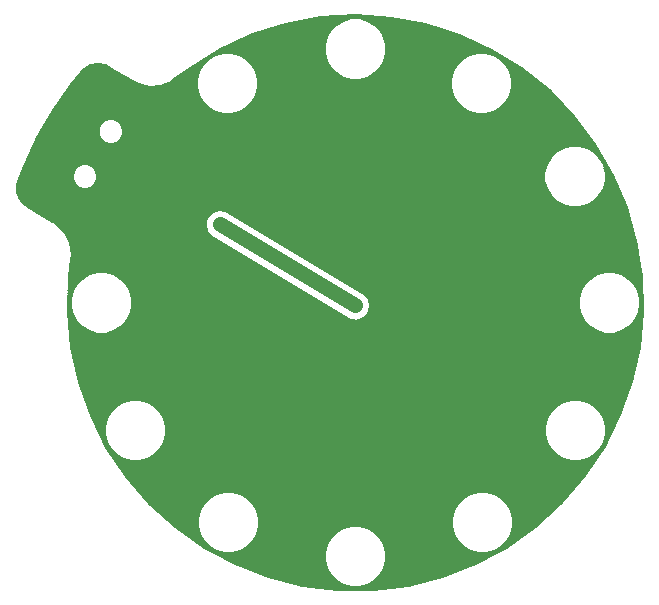
<source format=gbl>
G75*
%MOIN*%
%OFA0B0*%
%FSLAX25Y25*%
%IPPOS*%
%LPD*%
%AMOC8*
5,1,8,0,0,1.08239X$1,22.5*
%
%ADD10C,0.03378*%
%ADD11C,0.01000*%
%ADD12C,0.05000*%
D10*
X0103500Y0066500D03*
X0126500Y0125500D03*
X0081500Y0152500D03*
X0056650Y0159106D03*
X0089100Y0172100D03*
X0186500Y0136500D03*
D11*
X0086607Y0039487D02*
X0076225Y0045043D01*
X0066604Y0051831D01*
X0057890Y0059749D01*
X0050213Y0068677D01*
X0050213Y0068677D01*
X0043690Y0078480D01*
X0038421Y0089009D01*
X0034484Y0100106D01*
X0031939Y0111602D01*
X0030825Y0123324D01*
X0031158Y0135094D01*
X0031867Y0140941D01*
X0032153Y0142812D01*
X0031594Y0146556D01*
X0029954Y0149969D01*
X0027380Y0152745D01*
X0025741Y0153692D01*
X0025540Y0153808D01*
X0017884Y0158228D01*
X0017499Y0158450D01*
X0017419Y0158496D01*
X0016400Y0159210D01*
X0014806Y0161107D01*
X0013957Y0163436D01*
X0013953Y0165914D01*
X0014273Y0167116D01*
X0014273Y0167116D01*
X0016172Y0172023D01*
X0020610Y0181562D01*
X0025870Y0190673D01*
X0031912Y0199285D01*
X0035212Y0203383D01*
X0035212Y0203383D01*
X0036093Y0204261D01*
X0038241Y0205498D01*
X0040682Y0205926D01*
X0043123Y0205494D01*
X0044250Y0204968D01*
X0044715Y0204700D01*
X0052763Y0200054D01*
X0054211Y0199217D01*
X0057902Y0198377D01*
X0057902Y0198377D01*
X0061677Y0198663D01*
X0061677Y0198663D01*
X0065200Y0200051D01*
X0066677Y0201234D01*
X0071387Y0204771D01*
X0081413Y0210945D01*
X0092121Y0215841D01*
X0103350Y0219385D01*
X0114928Y0221524D01*
X0126682Y0222225D01*
X0138433Y0221478D01*
X0150003Y0219294D01*
X0161218Y0215706D01*
X0171907Y0210768D01*
X0181909Y0204555D01*
X0191072Y0197161D01*
X0199259Y0188698D01*
X0206344Y0179294D01*
X0212221Y0169091D01*
X0216801Y0158244D01*
X0220015Y0146917D01*
X0221814Y0135280D01*
X0222170Y0123511D01*
X0221079Y0111787D01*
X0218557Y0100286D01*
X0214642Y0089182D01*
X0209393Y0078642D01*
X0202890Y0068826D01*
X0195230Y0059883D01*
X0186531Y0051948D01*
X0176924Y0045141D01*
X0166553Y0039566D01*
X0155576Y0035305D01*
X0144159Y0032425D01*
X0132475Y0030968D01*
X0120701Y0030956D01*
X0109014Y0032390D01*
X0097592Y0035248D01*
X0086607Y0039487D01*
X0086341Y0039630D02*
X0116368Y0039630D01*
X0116126Y0040534D02*
X0116833Y0037896D01*
X0118199Y0035530D01*
X0120130Y0033599D01*
X0122496Y0032233D01*
X0125134Y0031526D01*
X0127866Y0031526D01*
X0130504Y0032233D01*
X0132870Y0033599D01*
X0134801Y0035530D01*
X0136167Y0037896D01*
X0136874Y0040534D01*
X0136874Y0043266D01*
X0136167Y0045904D01*
X0134801Y0048270D01*
X0132870Y0050201D01*
X0130504Y0051567D01*
X0127866Y0052274D01*
X0125134Y0052274D01*
X0122496Y0051567D01*
X0120130Y0050201D01*
X0118199Y0048270D01*
X0116833Y0045904D01*
X0116126Y0043266D01*
X0116126Y0040534D01*
X0116126Y0040628D02*
X0084475Y0040628D01*
X0082609Y0041627D02*
X0116126Y0041627D01*
X0116126Y0042625D02*
X0080743Y0042625D01*
X0080196Y0043533D02*
X0082834Y0042826D01*
X0085566Y0042826D01*
X0088204Y0043533D01*
X0090570Y0044899D01*
X0092501Y0046830D01*
X0093867Y0049196D01*
X0094574Y0051834D01*
X0094574Y0054566D01*
X0093867Y0057204D01*
X0092501Y0059570D01*
X0090570Y0061501D01*
X0088204Y0062867D01*
X0085566Y0063574D01*
X0082834Y0063574D01*
X0080196Y0062867D01*
X0077830Y0061501D01*
X0075899Y0059570D01*
X0074533Y0057204D01*
X0073826Y0054566D01*
X0073826Y0051834D01*
X0074533Y0049196D01*
X0075899Y0046830D01*
X0077830Y0044899D01*
X0080196Y0043533D01*
X0080039Y0043624D02*
X0078877Y0043624D01*
X0078309Y0044622D02*
X0077011Y0044622D01*
X0077108Y0045621D02*
X0075406Y0045621D01*
X0076110Y0046619D02*
X0073991Y0046619D01*
X0072576Y0047618D02*
X0075444Y0047618D01*
X0074868Y0048616D02*
X0071160Y0048616D01*
X0069745Y0049615D02*
X0074421Y0049615D01*
X0074153Y0050613D02*
X0068330Y0050613D01*
X0066915Y0051612D02*
X0073886Y0051612D01*
X0073826Y0052610D02*
X0065746Y0052610D01*
X0064647Y0053609D02*
X0073826Y0053609D01*
X0073837Y0054607D02*
X0063548Y0054607D01*
X0062449Y0055606D02*
X0074105Y0055606D01*
X0074372Y0056604D02*
X0061350Y0056604D01*
X0060251Y0057603D02*
X0074763Y0057603D01*
X0075340Y0058601D02*
X0059152Y0058601D01*
X0058053Y0059600D02*
X0075929Y0059600D01*
X0076927Y0060598D02*
X0057159Y0060598D01*
X0056300Y0061597D02*
X0077996Y0061597D01*
X0079725Y0062595D02*
X0055442Y0062595D01*
X0054583Y0063594D02*
X0198408Y0063594D01*
X0197553Y0062595D02*
X0173275Y0062595D01*
X0172804Y0062867D02*
X0170166Y0063574D01*
X0167434Y0063574D01*
X0164796Y0062867D01*
X0162430Y0061501D01*
X0160499Y0059570D01*
X0159133Y0057204D01*
X0158426Y0054566D01*
X0158426Y0051834D01*
X0159133Y0049196D01*
X0160499Y0046830D01*
X0162430Y0044899D01*
X0164796Y0043533D01*
X0167434Y0042826D01*
X0170166Y0042826D01*
X0172804Y0043533D01*
X0175170Y0044899D01*
X0177101Y0046830D01*
X0178467Y0049196D01*
X0179174Y0051834D01*
X0179174Y0054566D01*
X0178467Y0057204D01*
X0177101Y0059570D01*
X0175170Y0061501D01*
X0172804Y0062867D01*
X0175004Y0061597D02*
X0196698Y0061597D01*
X0195843Y0060598D02*
X0176073Y0060598D01*
X0177071Y0059600D02*
X0194920Y0059600D01*
X0193825Y0058601D02*
X0177660Y0058601D01*
X0178237Y0057603D02*
X0192730Y0057603D01*
X0191636Y0056604D02*
X0178628Y0056604D01*
X0178895Y0055606D02*
X0190541Y0055606D01*
X0189446Y0054607D02*
X0179163Y0054607D01*
X0179174Y0053609D02*
X0188352Y0053609D01*
X0187257Y0052610D02*
X0179174Y0052610D01*
X0179114Y0051612D02*
X0186056Y0051612D01*
X0184647Y0050613D02*
X0178847Y0050613D01*
X0178579Y0049615D02*
X0183237Y0049615D01*
X0181828Y0048616D02*
X0178132Y0048616D01*
X0177556Y0047618D02*
X0180419Y0047618D01*
X0179009Y0046619D02*
X0176890Y0046619D01*
X0177600Y0045621D02*
X0175892Y0045621D01*
X0175958Y0044622D02*
X0174691Y0044622D01*
X0174101Y0043624D02*
X0172961Y0043624D01*
X0172243Y0042625D02*
X0136874Y0042625D01*
X0136874Y0041627D02*
X0170386Y0041627D01*
X0168529Y0040628D02*
X0136874Y0040628D01*
X0136632Y0039630D02*
X0166672Y0039630D01*
X0164145Y0038631D02*
X0136364Y0038631D01*
X0136015Y0037632D02*
X0161573Y0037632D01*
X0159000Y0036634D02*
X0135439Y0036634D01*
X0134862Y0035635D02*
X0156427Y0035635D01*
X0152928Y0034637D02*
X0133908Y0034637D01*
X0132910Y0033638D02*
X0148971Y0033638D01*
X0145013Y0032640D02*
X0131209Y0032640D01*
X0128297Y0031641D02*
X0137879Y0031641D01*
X0124703Y0031641D02*
X0115116Y0031641D01*
X0119092Y0034637D02*
X0100035Y0034637D01*
X0096588Y0035635D02*
X0118138Y0035635D01*
X0117561Y0036634D02*
X0094001Y0036634D01*
X0091413Y0037632D02*
X0116985Y0037632D01*
X0116636Y0038631D02*
X0088826Y0038631D01*
X0088361Y0043624D02*
X0116222Y0043624D01*
X0116489Y0044622D02*
X0090091Y0044622D01*
X0091292Y0045621D02*
X0116757Y0045621D01*
X0117246Y0046619D02*
X0092290Y0046619D01*
X0092956Y0047618D02*
X0117822Y0047618D01*
X0118545Y0048616D02*
X0093532Y0048616D01*
X0093979Y0049615D02*
X0119544Y0049615D01*
X0120844Y0050613D02*
X0094247Y0050613D01*
X0094514Y0051612D02*
X0122662Y0051612D01*
X0130338Y0051612D02*
X0158486Y0051612D01*
X0158426Y0052610D02*
X0094574Y0052610D01*
X0094574Y0053609D02*
X0158426Y0053609D01*
X0158437Y0054607D02*
X0094563Y0054607D01*
X0094295Y0055606D02*
X0158705Y0055606D01*
X0158972Y0056604D02*
X0094028Y0056604D01*
X0093637Y0057603D02*
X0159363Y0057603D01*
X0159940Y0058601D02*
X0093060Y0058601D01*
X0092471Y0059600D02*
X0160529Y0059600D01*
X0161527Y0060598D02*
X0091473Y0060598D01*
X0090404Y0061597D02*
X0162596Y0061597D01*
X0164325Y0062595D02*
X0088675Y0062595D01*
X0061501Y0077730D02*
X0062867Y0080096D01*
X0063574Y0082734D01*
X0063574Y0085466D01*
X0062867Y0088104D01*
X0061501Y0090470D01*
X0059570Y0092401D01*
X0057204Y0093767D01*
X0054566Y0094474D01*
X0051834Y0094474D01*
X0049196Y0093767D01*
X0046830Y0092401D01*
X0044899Y0090470D01*
X0043533Y0088104D01*
X0042826Y0085466D01*
X0042826Y0082734D01*
X0043533Y0080096D01*
X0044899Y0077730D01*
X0046830Y0075799D01*
X0049196Y0074433D01*
X0051834Y0073726D01*
X0054566Y0073726D01*
X0057204Y0074433D01*
X0059570Y0075799D01*
X0061501Y0077730D01*
X0061344Y0077573D02*
X0191656Y0077573D01*
X0191499Y0077730D02*
X0193430Y0075799D01*
X0195796Y0074433D01*
X0198434Y0073726D01*
X0201166Y0073726D01*
X0203804Y0074433D01*
X0206170Y0075799D01*
X0208101Y0077730D01*
X0209467Y0080096D01*
X0210174Y0082734D01*
X0210174Y0085466D01*
X0209467Y0088104D01*
X0208101Y0090470D01*
X0206170Y0092401D01*
X0203804Y0093767D01*
X0201166Y0094474D01*
X0198434Y0094474D01*
X0195796Y0093767D01*
X0193430Y0092401D01*
X0191499Y0090470D01*
X0190133Y0088104D01*
X0189426Y0085466D01*
X0189426Y0082734D01*
X0190133Y0080096D01*
X0191499Y0077730D01*
X0191013Y0078571D02*
X0061987Y0078571D01*
X0062563Y0079570D02*
X0190437Y0079570D01*
X0190006Y0080568D02*
X0062994Y0080568D01*
X0063261Y0081567D02*
X0189739Y0081567D01*
X0189471Y0082566D02*
X0063529Y0082566D01*
X0063574Y0083564D02*
X0189426Y0083564D01*
X0189426Y0084563D02*
X0063574Y0084563D01*
X0063548Y0085561D02*
X0189452Y0085561D01*
X0189719Y0086560D02*
X0063281Y0086560D01*
X0063013Y0087558D02*
X0189987Y0087558D01*
X0190394Y0088557D02*
X0062606Y0088557D01*
X0062029Y0089555D02*
X0190971Y0089555D01*
X0191583Y0090554D02*
X0061417Y0090554D01*
X0060419Y0091552D02*
X0192581Y0091552D01*
X0193689Y0092551D02*
X0059311Y0092551D01*
X0057582Y0093549D02*
X0195418Y0093549D01*
X0204182Y0093549D02*
X0216182Y0093549D01*
X0215830Y0092551D02*
X0205911Y0092551D01*
X0207019Y0091552D02*
X0215478Y0091552D01*
X0215126Y0090554D02*
X0208017Y0090554D01*
X0208629Y0089555D02*
X0214773Y0089555D01*
X0214331Y0088557D02*
X0209206Y0088557D01*
X0209613Y0087558D02*
X0213833Y0087558D01*
X0213336Y0086560D02*
X0209881Y0086560D01*
X0210148Y0085561D02*
X0212839Y0085561D01*
X0212341Y0084563D02*
X0210174Y0084563D01*
X0210174Y0083564D02*
X0211844Y0083564D01*
X0211347Y0082566D02*
X0210129Y0082566D01*
X0209861Y0081567D02*
X0210850Y0081567D01*
X0210352Y0080568D02*
X0209594Y0080568D01*
X0209855Y0079570D02*
X0209163Y0079570D01*
X0209346Y0078571D02*
X0208587Y0078571D01*
X0208685Y0077573D02*
X0207944Y0077573D01*
X0208023Y0076574D02*
X0206945Y0076574D01*
X0207362Y0075576D02*
X0205784Y0075576D01*
X0206700Y0074577D02*
X0204054Y0074577D01*
X0206038Y0073579D02*
X0046951Y0073579D01*
X0046287Y0074577D02*
X0048946Y0074577D01*
X0047216Y0075576D02*
X0045622Y0075576D01*
X0046054Y0076574D02*
X0044958Y0076574D01*
X0045056Y0077573D02*
X0044294Y0077573D01*
X0044413Y0078571D02*
X0043644Y0078571D01*
X0043837Y0079570D02*
X0043145Y0079570D01*
X0043406Y0080568D02*
X0042645Y0080568D01*
X0043139Y0081567D02*
X0042145Y0081567D01*
X0041645Y0082566D02*
X0042871Y0082566D01*
X0042826Y0083564D02*
X0041146Y0083564D01*
X0040646Y0084563D02*
X0042826Y0084563D01*
X0042852Y0085561D02*
X0040146Y0085561D01*
X0039647Y0086560D02*
X0043119Y0086560D01*
X0043387Y0087558D02*
X0039147Y0087558D01*
X0038647Y0088557D02*
X0043794Y0088557D01*
X0044371Y0089555D02*
X0038227Y0089555D01*
X0037873Y0090554D02*
X0044983Y0090554D01*
X0045981Y0091552D02*
X0037519Y0091552D01*
X0037164Y0092551D02*
X0047089Y0092551D01*
X0048818Y0093549D02*
X0036810Y0093549D01*
X0036456Y0094548D02*
X0216534Y0094548D01*
X0216886Y0095546D02*
X0036102Y0095546D01*
X0035747Y0096545D02*
X0217238Y0096545D01*
X0217590Y0097543D02*
X0035393Y0097543D01*
X0035039Y0098542D02*
X0217942Y0098542D01*
X0218294Y0099540D02*
X0034684Y0099540D01*
X0034388Y0100539D02*
X0218612Y0100539D01*
X0218831Y0101537D02*
X0034167Y0101537D01*
X0033946Y0102536D02*
X0219050Y0102536D01*
X0219269Y0103534D02*
X0033725Y0103534D01*
X0033504Y0104533D02*
X0219488Y0104533D01*
X0219707Y0105531D02*
X0033283Y0105531D01*
X0033062Y0106530D02*
X0219926Y0106530D01*
X0220145Y0107528D02*
X0032841Y0107528D01*
X0032620Y0108527D02*
X0220364Y0108527D01*
X0220583Y0109525D02*
X0032399Y0109525D01*
X0032178Y0110524D02*
X0220802Y0110524D01*
X0221021Y0111522D02*
X0031957Y0111522D01*
X0031852Y0112521D02*
X0221148Y0112521D01*
X0221241Y0113519D02*
X0031757Y0113519D01*
X0031662Y0114518D02*
X0221333Y0114518D01*
X0221426Y0115516D02*
X0031567Y0115516D01*
X0031472Y0116515D02*
X0039037Y0116515D01*
X0037850Y0116833D02*
X0040489Y0116126D01*
X0043220Y0116126D01*
X0045859Y0116833D01*
X0048224Y0118199D01*
X0050156Y0120130D01*
X0051521Y0122496D01*
X0052228Y0125134D01*
X0052228Y0127866D01*
X0051521Y0130504D01*
X0050156Y0132870D01*
X0048224Y0134801D01*
X0045859Y0136167D01*
X0043220Y0136874D01*
X0040489Y0136874D01*
X0037850Y0136167D01*
X0035485Y0134801D01*
X0033553Y0132870D01*
X0032187Y0130504D01*
X0031480Y0127866D01*
X0031480Y0125134D01*
X0032187Y0122496D01*
X0033553Y0120130D01*
X0035485Y0118199D01*
X0037850Y0116833D01*
X0036672Y0117513D02*
X0031377Y0117513D01*
X0031282Y0118512D02*
X0035171Y0118512D01*
X0034173Y0119510D02*
X0031187Y0119510D01*
X0031092Y0120509D02*
X0033334Y0120509D01*
X0032758Y0121507D02*
X0030998Y0121507D01*
X0030903Y0122506D02*
X0032185Y0122506D01*
X0031917Y0123504D02*
X0030830Y0123504D01*
X0030858Y0124503D02*
X0031649Y0124503D01*
X0031480Y0125501D02*
X0030887Y0125501D01*
X0030915Y0126500D02*
X0031480Y0126500D01*
X0031480Y0127499D02*
X0030943Y0127499D01*
X0030971Y0128497D02*
X0031649Y0128497D01*
X0031917Y0129496D02*
X0031000Y0129496D01*
X0031028Y0130494D02*
X0032185Y0130494D01*
X0032758Y0131493D02*
X0031056Y0131493D01*
X0031085Y0132491D02*
X0033334Y0132491D01*
X0034173Y0133490D02*
X0031113Y0133490D01*
X0031141Y0134488D02*
X0035171Y0134488D01*
X0036672Y0135487D02*
X0031206Y0135487D01*
X0031327Y0136485D02*
X0039037Y0136485D01*
X0044671Y0136485D02*
X0098473Y0136485D01*
X0096809Y0137484D02*
X0031448Y0137484D01*
X0031569Y0138482D02*
X0095145Y0138482D01*
X0093481Y0139481D02*
X0031690Y0139481D01*
X0031811Y0140479D02*
X0091816Y0140479D01*
X0090152Y0141478D02*
X0031949Y0141478D01*
X0031867Y0140941D02*
X0031867Y0140941D01*
X0032101Y0142476D02*
X0088488Y0142476D01*
X0086824Y0143475D02*
X0032054Y0143475D01*
X0032153Y0142812D02*
X0032153Y0142812D01*
X0031905Y0144473D02*
X0085160Y0144473D01*
X0083496Y0145472D02*
X0031756Y0145472D01*
X0031607Y0146470D02*
X0081831Y0146470D01*
X0080167Y0147469D02*
X0031155Y0147469D01*
X0031594Y0146556D02*
X0031594Y0146556D01*
X0030676Y0148467D02*
X0078503Y0148467D01*
X0078075Y0148724D02*
X0076891Y0150322D01*
X0076408Y0152252D01*
X0076701Y0154220D01*
X0077724Y0155925D01*
X0079322Y0157109D01*
X0081252Y0157592D01*
X0083220Y0157299D01*
X0129925Y0129276D01*
X0131109Y0127678D01*
X0131592Y0125748D01*
X0131299Y0123780D01*
X0130276Y0122075D01*
X0128678Y0120891D01*
X0126748Y0120408D01*
X0124780Y0120701D01*
X0078075Y0148724D01*
X0077525Y0149466D02*
X0030196Y0149466D01*
X0029954Y0149969D02*
X0029954Y0149969D01*
X0029495Y0150464D02*
X0076855Y0150464D01*
X0076605Y0151463D02*
X0028569Y0151463D01*
X0027644Y0152461D02*
X0076439Y0152461D01*
X0076588Y0153460D02*
X0026143Y0153460D01*
X0027380Y0152745D02*
X0027380Y0152745D01*
X0024413Y0154458D02*
X0076844Y0154458D01*
X0077443Y0155457D02*
X0022684Y0155457D01*
X0020954Y0156455D02*
X0078440Y0156455D01*
X0080700Y0157454D02*
X0019225Y0157454D01*
X0017884Y0158228D02*
X0017884Y0158228D01*
X0017495Y0158452D02*
X0197615Y0158452D01*
X0198363Y0158252D02*
X0195724Y0158959D01*
X0193359Y0160325D01*
X0191427Y0162256D01*
X0190061Y0164622D01*
X0189354Y0167260D01*
X0189354Y0169992D01*
X0190061Y0172630D01*
X0191427Y0174996D01*
X0193359Y0176927D01*
X0195724Y0178293D01*
X0198363Y0179000D01*
X0201094Y0179000D01*
X0203733Y0178293D01*
X0206098Y0176927D01*
X0208030Y0174996D01*
X0209395Y0172630D01*
X0210102Y0169992D01*
X0210102Y0167260D01*
X0209395Y0164622D01*
X0208030Y0162256D01*
X0206098Y0160325D01*
X0203733Y0158959D01*
X0201094Y0158252D01*
X0198363Y0158252D01*
X0201842Y0158452D02*
X0216713Y0158452D01*
X0217026Y0157454D02*
X0082180Y0157454D01*
X0084626Y0156455D02*
X0217309Y0156455D01*
X0217592Y0155457D02*
X0086290Y0155457D01*
X0087954Y0154458D02*
X0217876Y0154458D01*
X0218159Y0153460D02*
X0089619Y0153460D01*
X0091283Y0152461D02*
X0218442Y0152461D01*
X0218725Y0151463D02*
X0092947Y0151463D01*
X0094611Y0150464D02*
X0219009Y0150464D01*
X0219292Y0149466D02*
X0096275Y0149466D01*
X0097939Y0148467D02*
X0219575Y0148467D01*
X0219859Y0147469D02*
X0099604Y0147469D01*
X0101268Y0146470D02*
X0220084Y0146470D01*
X0220239Y0145472D02*
X0102932Y0145472D01*
X0104596Y0144473D02*
X0220393Y0144473D01*
X0220547Y0143475D02*
X0106260Y0143475D01*
X0107925Y0142476D02*
X0220702Y0142476D01*
X0220856Y0141478D02*
X0109589Y0141478D01*
X0111253Y0140479D02*
X0221010Y0140479D01*
X0221165Y0139481D02*
X0112917Y0139481D01*
X0114581Y0138482D02*
X0221319Y0138482D01*
X0221473Y0137484D02*
X0116246Y0137484D01*
X0117910Y0136485D02*
X0208329Y0136485D01*
X0207141Y0136167D02*
X0204776Y0134801D01*
X0202844Y0132870D01*
X0201479Y0130504D01*
X0200772Y0127866D01*
X0200772Y0125134D01*
X0201479Y0122496D01*
X0202844Y0120130D01*
X0204776Y0118199D01*
X0207141Y0116833D01*
X0209780Y0116126D01*
X0212511Y0116126D01*
X0215150Y0116833D01*
X0217515Y0118199D01*
X0219447Y0120130D01*
X0220813Y0122496D01*
X0221520Y0125134D01*
X0221520Y0127866D01*
X0220813Y0130504D01*
X0219447Y0132870D01*
X0217515Y0134801D01*
X0215150Y0136167D01*
X0212511Y0136874D01*
X0209780Y0136874D01*
X0207141Y0136167D01*
X0205963Y0135487D02*
X0119574Y0135487D01*
X0121238Y0134488D02*
X0204463Y0134488D01*
X0203464Y0133490D02*
X0122902Y0133490D01*
X0124566Y0132491D02*
X0202626Y0132491D01*
X0202049Y0131493D02*
X0126231Y0131493D01*
X0127895Y0130494D02*
X0201476Y0130494D01*
X0201208Y0129496D02*
X0129559Y0129496D01*
X0130502Y0128497D02*
X0200941Y0128497D01*
X0200772Y0127499D02*
X0131154Y0127499D01*
X0131404Y0126500D02*
X0200772Y0126500D01*
X0200772Y0125501D02*
X0131555Y0125501D01*
X0131407Y0124503D02*
X0200941Y0124503D01*
X0201208Y0123504D02*
X0131134Y0123504D01*
X0130535Y0122506D02*
X0201476Y0122506D01*
X0202049Y0121507D02*
X0129510Y0121507D01*
X0127151Y0120509D02*
X0202626Y0120509D01*
X0203464Y0119510D02*
X0049536Y0119510D01*
X0050374Y0120509D02*
X0126070Y0120509D01*
X0123436Y0121507D02*
X0050951Y0121507D01*
X0051524Y0122506D02*
X0121772Y0122506D01*
X0120108Y0123504D02*
X0051792Y0123504D01*
X0052059Y0124503D02*
X0118443Y0124503D01*
X0116779Y0125501D02*
X0052228Y0125501D01*
X0052228Y0126500D02*
X0115115Y0126500D01*
X0113451Y0127499D02*
X0052228Y0127499D01*
X0052059Y0128497D02*
X0111787Y0128497D01*
X0110123Y0129496D02*
X0051792Y0129496D01*
X0051524Y0130494D02*
X0108458Y0130494D01*
X0106794Y0131493D02*
X0050951Y0131493D01*
X0050374Y0132491D02*
X0105130Y0132491D01*
X0103466Y0133490D02*
X0049536Y0133490D01*
X0048537Y0134488D02*
X0101802Y0134488D01*
X0100137Y0135487D02*
X0047037Y0135487D01*
X0048537Y0118512D02*
X0204463Y0118512D01*
X0205963Y0117513D02*
X0047037Y0117513D01*
X0044671Y0116515D02*
X0208328Y0116515D01*
X0213963Y0116515D02*
X0221519Y0116515D01*
X0221612Y0117513D02*
X0216328Y0117513D01*
X0217829Y0118512D02*
X0221705Y0118512D01*
X0221798Y0119510D02*
X0218827Y0119510D01*
X0219666Y0120509D02*
X0221891Y0120509D01*
X0221984Y0121507D02*
X0220242Y0121507D01*
X0220815Y0122506D02*
X0222077Y0122506D01*
X0222170Y0123504D02*
X0221083Y0123504D01*
X0221351Y0124503D02*
X0222140Y0124503D01*
X0222110Y0125501D02*
X0221520Y0125501D01*
X0221520Y0126500D02*
X0222080Y0126500D01*
X0222050Y0127499D02*
X0221520Y0127499D01*
X0221351Y0128497D02*
X0222019Y0128497D01*
X0221989Y0129496D02*
X0221083Y0129496D01*
X0220815Y0130494D02*
X0221959Y0130494D01*
X0221929Y0131493D02*
X0220242Y0131493D01*
X0219666Y0132491D02*
X0221898Y0132491D01*
X0221868Y0133490D02*
X0218827Y0133490D01*
X0217829Y0134488D02*
X0221838Y0134488D01*
X0221782Y0135487D02*
X0216328Y0135487D01*
X0213963Y0136485D02*
X0221628Y0136485D01*
X0216292Y0159451D02*
X0204585Y0159451D01*
X0206223Y0160449D02*
X0215870Y0160449D01*
X0215449Y0161448D02*
X0207221Y0161448D01*
X0208139Y0162446D02*
X0215027Y0162446D01*
X0214605Y0163445D02*
X0208716Y0163445D01*
X0209292Y0164443D02*
X0214184Y0164443D01*
X0213762Y0165442D02*
X0209615Y0165442D01*
X0209883Y0166440D02*
X0213341Y0166440D01*
X0212919Y0167439D02*
X0210102Y0167439D01*
X0210102Y0168437D02*
X0212497Y0168437D01*
X0212023Y0169436D02*
X0210102Y0169436D01*
X0209984Y0170434D02*
X0211448Y0170434D01*
X0210872Y0171433D02*
X0209716Y0171433D01*
X0209449Y0172432D02*
X0210297Y0172432D01*
X0209722Y0173430D02*
X0208934Y0173430D01*
X0209147Y0174429D02*
X0208357Y0174429D01*
X0208572Y0175427D02*
X0207598Y0175427D01*
X0207996Y0176426D02*
X0206600Y0176426D01*
X0207421Y0177424D02*
X0205238Y0177424D01*
X0206846Y0178423D02*
X0203249Y0178423D01*
X0205496Y0180420D02*
X0047857Y0180420D01*
X0047424Y0179986D02*
X0048625Y0181188D01*
X0049276Y0182758D01*
X0049276Y0184457D01*
X0048625Y0186027D01*
X0047424Y0187229D01*
X0045854Y0187879D01*
X0044154Y0187879D01*
X0042584Y0187229D01*
X0041383Y0186027D01*
X0040732Y0184457D01*
X0040732Y0182758D01*
X0041383Y0181188D01*
X0042584Y0179986D01*
X0044154Y0179336D01*
X0045854Y0179336D01*
X0047424Y0179986D01*
X0046060Y0179421D02*
X0206248Y0179421D01*
X0204744Y0181418D02*
X0048721Y0181418D01*
X0049134Y0182417D02*
X0203991Y0182417D01*
X0203239Y0183415D02*
X0049276Y0183415D01*
X0049276Y0184414D02*
X0202487Y0184414D01*
X0201734Y0185412D02*
X0048880Y0185412D01*
X0048242Y0186411D02*
X0200982Y0186411D01*
X0200230Y0187409D02*
X0046988Y0187409D01*
X0043020Y0187409D02*
X0023986Y0187409D01*
X0023409Y0186411D02*
X0041766Y0186411D01*
X0041128Y0185412D02*
X0022833Y0185412D01*
X0022256Y0184414D02*
X0040732Y0184414D01*
X0040732Y0183415D02*
X0021680Y0183415D01*
X0021103Y0182417D02*
X0040874Y0182417D01*
X0041287Y0181418D02*
X0020543Y0181418D01*
X0020078Y0180420D02*
X0042151Y0180420D01*
X0043948Y0179421D02*
X0019614Y0179421D01*
X0019149Y0178423D02*
X0196208Y0178423D01*
X0194219Y0177424D02*
X0018685Y0177424D01*
X0018220Y0176426D02*
X0192857Y0176426D01*
X0191858Y0175427D02*
X0017756Y0175427D01*
X0017291Y0174429D02*
X0191100Y0174429D01*
X0190523Y0173430D02*
X0016827Y0173430D01*
X0016362Y0172432D02*
X0034418Y0172432D01*
X0033923Y0172227D02*
X0032721Y0171025D01*
X0032071Y0169455D01*
X0032071Y0167756D01*
X0032721Y0166186D01*
X0033923Y0164984D01*
X0035493Y0164334D01*
X0037192Y0164334D01*
X0038762Y0164984D01*
X0039964Y0166186D01*
X0040614Y0167756D01*
X0040614Y0169455D01*
X0039964Y0171025D01*
X0038762Y0172227D01*
X0037192Y0172877D01*
X0035493Y0172877D01*
X0033923Y0172227D01*
X0033129Y0171433D02*
X0015944Y0171433D01*
X0015558Y0170434D02*
X0032477Y0170434D01*
X0032071Y0169436D02*
X0015171Y0169436D01*
X0014785Y0168437D02*
X0032071Y0168437D01*
X0032202Y0167439D02*
X0014398Y0167439D01*
X0014093Y0166440D02*
X0032616Y0166440D01*
X0033465Y0165442D02*
X0013954Y0165442D01*
X0013955Y0164443D02*
X0035228Y0164443D01*
X0037457Y0164443D02*
X0190164Y0164443D01*
X0189842Y0165442D02*
X0039220Y0165442D01*
X0040069Y0166440D02*
X0189574Y0166440D01*
X0189354Y0167439D02*
X0040483Y0167439D01*
X0040614Y0168437D02*
X0189354Y0168437D01*
X0189354Y0169436D02*
X0040614Y0169436D01*
X0040208Y0170434D02*
X0189473Y0170434D01*
X0189741Y0171433D02*
X0039556Y0171433D01*
X0038268Y0172432D02*
X0190008Y0172432D01*
X0190741Y0163445D02*
X0013957Y0163445D01*
X0014318Y0162446D02*
X0191317Y0162446D01*
X0192235Y0161448D02*
X0014682Y0161448D01*
X0015359Y0160449D02*
X0193234Y0160449D01*
X0194872Y0159451D02*
X0016198Y0159451D01*
X0024562Y0188408D02*
X0199477Y0188408D01*
X0198574Y0189406D02*
X0170185Y0189406D01*
X0169992Y0189354D02*
X0172630Y0190061D01*
X0174996Y0191427D01*
X0176927Y0193359D01*
X0178293Y0195724D01*
X0179000Y0198363D01*
X0179000Y0201094D01*
X0178293Y0203733D01*
X0176927Y0206098D01*
X0174996Y0208030D01*
X0172630Y0209395D01*
X0169992Y0210102D01*
X0167260Y0210102D01*
X0164622Y0209395D01*
X0162256Y0208030D01*
X0160325Y0206098D01*
X0158959Y0203733D01*
X0158252Y0201094D01*
X0158252Y0198363D01*
X0158959Y0195724D01*
X0160325Y0193359D01*
X0162256Y0191427D01*
X0164622Y0190061D01*
X0167260Y0189354D01*
X0169992Y0189354D01*
X0167067Y0189406D02*
X0085540Y0189406D01*
X0085346Y0189354D02*
X0087985Y0190061D01*
X0090350Y0191427D01*
X0092282Y0193359D01*
X0093647Y0195724D01*
X0094354Y0198363D01*
X0094354Y0201094D01*
X0093647Y0203733D01*
X0092282Y0206098D01*
X0090350Y0208030D01*
X0087985Y0209395D01*
X0085346Y0210102D01*
X0082615Y0210102D01*
X0079976Y0209395D01*
X0077611Y0208030D01*
X0075679Y0206098D01*
X0074313Y0203733D01*
X0073606Y0201094D01*
X0073606Y0198363D01*
X0074313Y0195724D01*
X0075679Y0193359D01*
X0077611Y0191427D01*
X0079976Y0190061D01*
X0082615Y0189354D01*
X0085346Y0189354D01*
X0082421Y0189406D02*
X0025139Y0189406D01*
X0025715Y0190405D02*
X0079381Y0190405D01*
X0077652Y0191403D02*
X0026382Y0191403D01*
X0027083Y0192402D02*
X0076636Y0192402D01*
X0075655Y0193400D02*
X0027783Y0193400D01*
X0028484Y0194399D02*
X0075078Y0194399D01*
X0074502Y0195397D02*
X0029185Y0195397D01*
X0029885Y0196396D02*
X0074133Y0196396D01*
X0073866Y0197394D02*
X0030586Y0197394D01*
X0031286Y0198393D02*
X0057831Y0198393D01*
X0058115Y0198393D02*
X0073606Y0198393D01*
X0073606Y0199391D02*
X0063526Y0199391D01*
X0065200Y0200051D02*
X0065200Y0200051D01*
X0065623Y0200390D02*
X0073606Y0200390D01*
X0073685Y0201388D02*
X0066883Y0201388D01*
X0068212Y0202387D02*
X0073953Y0202387D01*
X0074220Y0203385D02*
X0069542Y0203385D01*
X0070871Y0204384D02*
X0074689Y0204384D01*
X0075266Y0205382D02*
X0072379Y0205382D01*
X0074001Y0206381D02*
X0075962Y0206381D01*
X0075622Y0207379D02*
X0076960Y0207379D01*
X0077244Y0208378D02*
X0078214Y0208378D01*
X0078865Y0209376D02*
X0079943Y0209376D01*
X0080487Y0210375D02*
X0116126Y0210375D01*
X0116126Y0209780D02*
X0116126Y0212511D01*
X0116833Y0215150D01*
X0118199Y0217515D01*
X0120130Y0219447D01*
X0122496Y0220813D01*
X0125134Y0221520D01*
X0127866Y0221520D01*
X0130504Y0220813D01*
X0132870Y0219447D01*
X0134801Y0217515D01*
X0136167Y0215150D01*
X0136874Y0212511D01*
X0136874Y0209780D01*
X0136167Y0207141D01*
X0134801Y0204776D01*
X0132870Y0202844D01*
X0130504Y0201479D01*
X0127866Y0200772D01*
X0125134Y0200772D01*
X0122496Y0201479D01*
X0120130Y0202844D01*
X0118199Y0204776D01*
X0116833Y0207141D01*
X0116126Y0209780D01*
X0116234Y0209376D02*
X0088017Y0209376D01*
X0089747Y0208378D02*
X0116502Y0208378D01*
X0116769Y0207379D02*
X0091000Y0207379D01*
X0091999Y0206381D02*
X0117272Y0206381D01*
X0117849Y0205382D02*
X0092695Y0205382D01*
X0093271Y0204384D02*
X0118591Y0204384D01*
X0119589Y0203385D02*
X0093740Y0203385D01*
X0094008Y0202387D02*
X0120923Y0202387D01*
X0122833Y0201388D02*
X0094275Y0201388D01*
X0094354Y0200390D02*
X0158252Y0200390D01*
X0158252Y0199391D02*
X0094354Y0199391D01*
X0094354Y0198393D02*
X0158252Y0198393D01*
X0158511Y0197394D02*
X0094095Y0197394D01*
X0093827Y0196396D02*
X0158779Y0196396D01*
X0159148Y0195397D02*
X0093459Y0195397D01*
X0092882Y0194399D02*
X0159724Y0194399D01*
X0160301Y0193400D02*
X0092306Y0193400D01*
X0091325Y0192402D02*
X0161282Y0192402D01*
X0162297Y0191403D02*
X0090309Y0191403D01*
X0088579Y0190405D02*
X0164027Y0190405D01*
X0173225Y0190405D02*
X0197608Y0190405D01*
X0196642Y0191403D02*
X0174954Y0191403D01*
X0175970Y0192402D02*
X0195676Y0192402D01*
X0194710Y0193400D02*
X0176951Y0193400D01*
X0177528Y0194399D02*
X0193744Y0194399D01*
X0192778Y0195397D02*
X0178104Y0195397D01*
X0178473Y0196396D02*
X0191812Y0196396D01*
X0190783Y0197394D02*
X0178741Y0197394D01*
X0179000Y0198393D02*
X0189546Y0198393D01*
X0188308Y0199391D02*
X0179000Y0199391D01*
X0179000Y0200390D02*
X0187071Y0200390D01*
X0185833Y0201388D02*
X0178921Y0201388D01*
X0178654Y0202387D02*
X0184596Y0202387D01*
X0183358Y0203385D02*
X0178386Y0203385D01*
X0177917Y0204384D02*
X0182121Y0204384D01*
X0180577Y0205382D02*
X0177340Y0205382D01*
X0176644Y0206381D02*
X0178969Y0206381D01*
X0177362Y0207379D02*
X0175646Y0207379D01*
X0175754Y0208378D02*
X0174392Y0208378D01*
X0174147Y0209376D02*
X0172663Y0209376D01*
X0172539Y0210375D02*
X0136874Y0210375D01*
X0136874Y0211373D02*
X0170596Y0211373D01*
X0168434Y0212372D02*
X0136874Y0212372D01*
X0136644Y0213370D02*
X0166273Y0213370D01*
X0164111Y0214369D02*
X0136376Y0214369D01*
X0136041Y0215368D02*
X0161950Y0215368D01*
X0159154Y0216366D02*
X0135465Y0216366D01*
X0134888Y0217365D02*
X0156033Y0217365D01*
X0152913Y0218363D02*
X0133954Y0218363D01*
X0132955Y0219362D02*
X0149645Y0219362D01*
X0144356Y0220360D02*
X0131288Y0220360D01*
X0128467Y0221359D02*
X0139067Y0221359D01*
X0124533Y0221359D02*
X0114031Y0221359D01*
X0108626Y0220360D02*
X0121712Y0220360D01*
X0120045Y0219362D02*
X0103274Y0219362D01*
X0100111Y0218363D02*
X0119046Y0218363D01*
X0118112Y0217365D02*
X0096948Y0217365D01*
X0093784Y0216366D02*
X0117535Y0216366D01*
X0116959Y0215368D02*
X0091085Y0215368D01*
X0088902Y0214369D02*
X0116624Y0214369D01*
X0116356Y0213370D02*
X0086718Y0213370D01*
X0084534Y0212372D02*
X0116126Y0212372D01*
X0116126Y0211373D02*
X0082350Y0211373D01*
X0054211Y0199217D02*
X0054211Y0199217D01*
X0053910Y0199391D02*
X0031998Y0199391D01*
X0032802Y0200390D02*
X0052180Y0200390D01*
X0050451Y0201388D02*
X0033606Y0201388D01*
X0034410Y0202387D02*
X0048722Y0202387D01*
X0046992Y0203385D02*
X0035214Y0203385D01*
X0036306Y0204384D02*
X0045263Y0204384D01*
X0044715Y0204700D02*
X0044715Y0204700D01*
X0043363Y0205382D02*
X0038041Y0205382D01*
X0130167Y0201388D02*
X0158331Y0201388D01*
X0158598Y0202387D02*
X0132077Y0202387D01*
X0133411Y0203385D02*
X0158866Y0203385D01*
X0159335Y0204384D02*
X0134409Y0204384D01*
X0135151Y0205382D02*
X0159911Y0205382D01*
X0160607Y0206381D02*
X0135728Y0206381D01*
X0136231Y0207379D02*
X0161606Y0207379D01*
X0162859Y0208378D02*
X0136498Y0208378D01*
X0136766Y0209376D02*
X0164589Y0209376D01*
X0192654Y0076574D02*
X0060345Y0076574D01*
X0059184Y0075576D02*
X0193816Y0075576D01*
X0195546Y0074577D02*
X0057454Y0074577D01*
X0049609Y0069585D02*
X0203392Y0069585D01*
X0204054Y0070583D02*
X0048944Y0070583D01*
X0048280Y0071582D02*
X0204715Y0071582D01*
X0205377Y0072580D02*
X0047615Y0072580D01*
X0050290Y0068586D02*
X0202684Y0068586D01*
X0201829Y0067588D02*
X0051149Y0067588D01*
X0052008Y0066589D02*
X0200974Y0066589D01*
X0200119Y0065591D02*
X0052866Y0065591D01*
X0053725Y0064592D02*
X0199263Y0064592D01*
X0161708Y0045621D02*
X0136243Y0045621D01*
X0136511Y0044622D02*
X0162909Y0044622D01*
X0164639Y0043624D02*
X0136778Y0043624D01*
X0135754Y0046619D02*
X0160710Y0046619D01*
X0160044Y0047618D02*
X0135178Y0047618D01*
X0134455Y0048616D02*
X0159468Y0048616D01*
X0159021Y0049615D02*
X0133456Y0049615D01*
X0132156Y0050613D02*
X0158753Y0050613D01*
X0120090Y0033638D02*
X0104025Y0033638D01*
X0108016Y0032640D02*
X0121791Y0032640D01*
D12*
X0126500Y0125500D02*
X0081500Y0152500D01*
M02*

</source>
